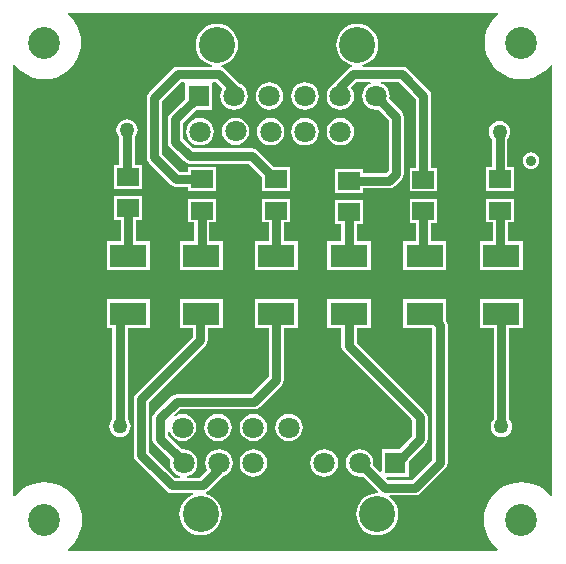
<source format=gtl>
G04*
G04 #@! TF.GenerationSoftware,Altium Limited,Altium Designer,19.1.7 (138)*
G04*
G04 Layer_Physical_Order=1*
G04 Layer_Color=255*
%FSLAX25Y25*%
%MOIN*%
G70*
G01*
G75*
%ADD11C,0.01000*%
%ADD13R,0.12402X0.07717*%
%ADD14R,0.07284X0.05906*%
%ADD23C,0.03000*%
%ADD24C,0.12000*%
%ADD25C,0.07087*%
%ADD26R,0.07087X0.07087*%
%ADD27C,0.03543*%
%ADD28R,0.03543X0.03543*%
%ADD29C,0.10630*%
%ADD30C,0.05000*%
G36*
X163054Y180285D02*
X162187Y179545D01*
X160936Y178080D01*
X159930Y176438D01*
X159193Y174659D01*
X158743Y172786D01*
X158592Y170866D01*
X158743Y168946D01*
X159193Y167073D01*
X159930Y165294D01*
X160936Y163652D01*
X162187Y162187D01*
X163652Y160936D01*
X165294Y159930D01*
X167073Y159193D01*
X168946Y158743D01*
X170866Y158592D01*
X172786Y158743D01*
X174659Y159193D01*
X176438Y159930D01*
X178080Y160936D01*
X179545Y162187D01*
X180648Y163478D01*
X181148Y163294D01*
Y19813D01*
X180648Y19628D01*
X179743Y20688D01*
X178245Y21967D01*
X176565Y22996D01*
X174745Y23750D01*
X172830Y24210D01*
X170866Y24365D01*
X168902Y24210D01*
X166987Y23750D01*
X165167Y22996D01*
X163487Y21967D01*
X161989Y20688D01*
X160710Y19190D01*
X159681Y17510D01*
X158927Y15690D01*
X158467Y13775D01*
X158313Y11811D01*
X158467Y9847D01*
X158927Y7932D01*
X159681Y6112D01*
X160710Y4432D01*
X161989Y2934D01*
X163049Y2029D01*
X162864Y1529D01*
X19814D01*
X19630Y2029D01*
X20688Y2934D01*
X21968Y4432D01*
X22997Y6111D01*
X23751Y7931D01*
X24211Y9847D01*
X24366Y11811D01*
X24211Y13775D01*
X23751Y15691D01*
X22997Y17511D01*
X21968Y19190D01*
X20688Y20688D01*
X19190Y21968D01*
X17511Y22997D01*
X15691Y23751D01*
X13775Y24211D01*
X11811Y24366D01*
X9847Y24211D01*
X7931Y23751D01*
X6111Y22997D01*
X4432Y21968D01*
X2934Y20688D01*
X2029Y19630D01*
X1529Y19814D01*
Y163278D01*
X2029Y163462D01*
X3125Y162180D01*
X4591Y160928D01*
X6234Y159921D01*
X8015Y159183D01*
X9889Y158733D01*
X11811Y158582D01*
X13733Y158733D01*
X15607Y159183D01*
X17388Y159921D01*
X19031Y160928D01*
X20497Y162180D01*
X21749Y163646D01*
X22756Y165289D01*
X23494Y167070D01*
X23944Y168945D01*
X24095Y170866D01*
X23944Y172788D01*
X23494Y174662D01*
X22756Y176443D01*
X21749Y178087D01*
X20497Y179552D01*
X19639Y180285D01*
X19813Y180754D01*
X162881D01*
X163054Y180285D01*
D02*
G37*
%LPC*%
G36*
X98675Y157561D02*
X97489Y157405D01*
X96384Y156947D01*
X95434Y156219D01*
X94706Y155270D01*
X94248Y154165D01*
X94092Y152979D01*
X94248Y151793D01*
X94706Y150688D01*
X95434Y149738D01*
X96384Y149010D01*
X97489Y148552D01*
X98675Y148396D01*
X99861Y148552D01*
X100966Y149010D01*
X101915Y149738D01*
X102643Y150688D01*
X103101Y151793D01*
X103257Y152979D01*
X103101Y154165D01*
X102643Y155270D01*
X101915Y156219D01*
X100966Y156947D01*
X99861Y157405D01*
X98675Y157561D01*
D02*
G37*
G36*
X86864D02*
X85678Y157405D01*
X84572Y156947D01*
X83623Y156219D01*
X82895Y155270D01*
X82437Y154165D01*
X82281Y152979D01*
X82437Y151793D01*
X82895Y150688D01*
X83623Y149738D01*
X84572Y149010D01*
X85678Y148552D01*
X86864Y148396D01*
X88050Y148552D01*
X89155Y149010D01*
X90104Y149738D01*
X90832Y150688D01*
X91290Y151793D01*
X91446Y152979D01*
X91290Y154165D01*
X90832Y155270D01*
X90104Y156219D01*
X89155Y156947D01*
X88050Y157405D01*
X86864Y157561D01*
D02*
G37*
G36*
X69342Y177113D02*
X67970Y176978D01*
X66650Y176577D01*
X65434Y175927D01*
X64368Y175052D01*
X63493Y173987D01*
X62843Y172771D01*
X62443Y171451D01*
X62308Y170079D01*
X62443Y168707D01*
X62843Y167387D01*
X63493Y166171D01*
X64368Y165105D01*
X65434Y164230D01*
X66650Y163580D01*
X67623Y163285D01*
X67549Y162785D01*
X56299D01*
X55324Y162591D01*
X54497Y162039D01*
X46623Y154165D01*
X46070Y153338D01*
X45876Y152362D01*
Y132677D01*
X46070Y131702D01*
X46623Y130875D01*
X54005Y123493D01*
X54832Y122940D01*
X55807Y122746D01*
X59614D01*
Y121343D01*
X68898D01*
Y129248D01*
X59614D01*
Y127844D01*
X56863D01*
X50974Y133733D01*
Y151306D01*
X57355Y157687D01*
X58267D01*
X58698Y157522D01*
X58698Y157187D01*
Y152040D01*
X53709Y147051D01*
X53157Y146224D01*
X52963Y145249D01*
Y137795D01*
X53157Y136820D01*
X53709Y135993D01*
X58434Y131269D01*
X59261Y130716D01*
X60236Y130522D01*
X80023D01*
X84496Y126049D01*
Y121343D01*
X93779D01*
Y129248D01*
X88506D01*
X82881Y134873D01*
X82054Y135426D01*
X81079Y135620D01*
X61292D01*
X58061Y138851D01*
Y144193D01*
X62303Y148435D01*
X67785D01*
Y157187D01*
X67785Y157522D01*
X68217Y157687D01*
X69023D01*
X71239Y155471D01*
X71084Y155270D01*
X70626Y154165D01*
X70470Y152979D01*
X70626Y151793D01*
X71084Y150688D01*
X71812Y149738D01*
X72761Y149010D01*
X73867Y148552D01*
X75053Y148396D01*
X76239Y148552D01*
X77344Y149010D01*
X78293Y149738D01*
X79021Y150688D01*
X79479Y151793D01*
X79635Y152979D01*
X79479Y154165D01*
X79021Y155270D01*
X78293Y156219D01*
X77344Y156947D01*
X76710Y157210D01*
X71881Y162039D01*
X71054Y162591D01*
X70651Y162671D01*
X70676Y163176D01*
X70714Y163180D01*
X72034Y163580D01*
X73250Y164230D01*
X74315Y165105D01*
X75190Y166171D01*
X75840Y167387D01*
X76240Y168707D01*
X76376Y170079D01*
X76240Y171451D01*
X75840Y172771D01*
X75190Y173987D01*
X74315Y175052D01*
X73250Y175927D01*
X72034Y176577D01*
X70714Y176978D01*
X69342Y177113D01*
D02*
G37*
G36*
X75546Y145850D02*
X74360Y145694D01*
X73255Y145236D01*
X72306Y144508D01*
X71578Y143559D01*
X71120Y142454D01*
X70964Y141268D01*
X71120Y140082D01*
X71578Y138977D01*
X72306Y138027D01*
X73255Y137299D01*
X74360Y136841D01*
X75546Y136685D01*
X76732Y136841D01*
X77838Y137299D01*
X78787Y138027D01*
X79515Y138977D01*
X79973Y140082D01*
X80129Y141268D01*
X79973Y142454D01*
X79515Y143559D01*
X78787Y144508D01*
X77838Y145236D01*
X76732Y145694D01*
X75546Y145850D01*
D02*
G37*
G36*
X110486Y145750D02*
X109300Y145594D01*
X108195Y145136D01*
X107246Y144408D01*
X106517Y143459D01*
X106060Y142354D01*
X105903Y141168D01*
X106060Y139982D01*
X106517Y138876D01*
X107246Y137927D01*
X108195Y137199D01*
X109300Y136741D01*
X110486Y136585D01*
X111672Y136741D01*
X112777Y137199D01*
X113726Y137927D01*
X114454Y138876D01*
X114912Y139982D01*
X115068Y141168D01*
X114912Y142354D01*
X114454Y143459D01*
X113726Y144408D01*
X112777Y145136D01*
X111672Y145594D01*
X110486Y145750D01*
D02*
G37*
G36*
X98675D02*
X97489Y145594D01*
X96384Y145136D01*
X95434Y144408D01*
X94706Y143459D01*
X94248Y142354D01*
X94092Y141168D01*
X94248Y139982D01*
X94706Y138876D01*
X95434Y137927D01*
X96384Y137199D01*
X97489Y136741D01*
X98675Y136585D01*
X99861Y136741D01*
X100966Y137199D01*
X101915Y137927D01*
X102643Y138876D01*
X103101Y139982D01*
X103257Y141168D01*
X103101Y142354D01*
X102643Y143459D01*
X101915Y144408D01*
X100966Y145136D01*
X99861Y145594D01*
X98675Y145750D01*
D02*
G37*
G36*
X87257D02*
X86071Y145594D01*
X84966Y145136D01*
X84017Y144408D01*
X83289Y143459D01*
X82831Y142354D01*
X82675Y141168D01*
X82831Y139982D01*
X83289Y138876D01*
X84017Y137927D01*
X84966Y137199D01*
X86071Y136741D01*
X87257Y136585D01*
X88443Y136741D01*
X89549Y137199D01*
X90498Y137927D01*
X91226Y138876D01*
X91684Y139982D01*
X91840Y141168D01*
X91684Y142354D01*
X91226Y143459D01*
X90498Y144408D01*
X89549Y145136D01*
X88443Y145594D01*
X87257Y145750D01*
D02*
G37*
G36*
X63635D02*
X62449Y145594D01*
X61344Y145136D01*
X60395Y144408D01*
X59667Y143459D01*
X59209Y142354D01*
X59053Y141168D01*
X59209Y139982D01*
X59667Y138876D01*
X60395Y137927D01*
X61344Y137199D01*
X62449Y136741D01*
X63635Y136585D01*
X64821Y136741D01*
X65927Y137199D01*
X66876Y137927D01*
X67604Y138876D01*
X68062Y139982D01*
X68218Y141168D01*
X68062Y142354D01*
X67604Y143459D01*
X66876Y144408D01*
X65927Y145136D01*
X64821Y145594D01*
X63635Y145750D01*
D02*
G37*
G36*
X174016Y134292D02*
X173292Y134196D01*
X172618Y133917D01*
X172039Y133473D01*
X171595Y132894D01*
X171315Y132220D01*
X171220Y131496D01*
X171315Y130772D01*
X171595Y130098D01*
X172039Y129519D01*
X172618Y129075D01*
X173292Y128796D01*
X174016Y128700D01*
X174739Y128796D01*
X175414Y129075D01*
X175993Y129519D01*
X176437Y130098D01*
X176716Y130772D01*
X176811Y131496D01*
X176716Y132220D01*
X176437Y132894D01*
X175993Y133473D01*
X175414Y133917D01*
X174739Y134196D01*
X174016Y134292D01*
D02*
G37*
G36*
X39370Y145263D02*
X38456Y145142D01*
X37605Y144790D01*
X36874Y144228D01*
X36313Y143497D01*
X35960Y142646D01*
X35840Y141732D01*
X35960Y140819D01*
X36313Y139967D01*
X36821Y139305D01*
Y130035D01*
X35122D01*
Y122130D01*
X44405D01*
Y130035D01*
X41919D01*
Y139305D01*
X42427Y139967D01*
X42780Y140819D01*
X42900Y141732D01*
X42780Y142646D01*
X42427Y143497D01*
X41866Y144228D01*
X41135Y144790D01*
X40284Y145142D01*
X39370Y145263D01*
D02*
G37*
G36*
X163585Y144670D02*
X162671Y144550D01*
X161820Y144197D01*
X161088Y143636D01*
X160527Y142905D01*
X160175Y142053D01*
X160054Y141140D01*
X160175Y140226D01*
X160527Y139375D01*
X161036Y138712D01*
Y129248D01*
X159142D01*
Y121343D01*
X168425D01*
Y129248D01*
X166134D01*
Y138712D01*
X166642Y139375D01*
X166995Y140226D01*
X167115Y141140D01*
X166995Y142053D01*
X166642Y142905D01*
X166081Y143636D01*
X165350Y144197D01*
X164498Y144550D01*
X163585Y144670D01*
D02*
G37*
G36*
X116142Y177113D02*
X114769Y176978D01*
X113450Y176577D01*
X112234Y175927D01*
X111168Y175052D01*
X110293Y173987D01*
X109643Y172771D01*
X109243Y171451D01*
X109108Y170079D01*
X109243Y168707D01*
X109643Y167387D01*
X110293Y166171D01*
X111168Y165105D01*
X112234Y164230D01*
X113450Y163580D01*
X114530Y163253D01*
X114505Y162738D01*
X113768Y162591D01*
X112941Y162039D01*
X108683Y157781D01*
X108131Y156954D01*
X108118Y156888D01*
X107246Y156219D01*
X106517Y155270D01*
X106060Y154165D01*
X105903Y152979D01*
X106060Y151793D01*
X106517Y150688D01*
X107246Y149738D01*
X108195Y149010D01*
X109300Y148552D01*
X110486Y148396D01*
X111672Y148552D01*
X112777Y149010D01*
X113726Y149738D01*
X114454Y150688D01*
X114912Y151793D01*
X115068Y152979D01*
X114912Y154165D01*
X114454Y155270D01*
X113989Y155877D01*
X115799Y157687D01*
X120485D01*
X120585Y157187D01*
X120006Y156947D01*
X119056Y156219D01*
X118328Y155270D01*
X117870Y154165D01*
X117714Y152979D01*
X117870Y151793D01*
X118328Y150688D01*
X119056Y149738D01*
X120006Y149010D01*
X121111Y148552D01*
X122297Y148396D01*
X123161Y148510D01*
X126585Y145086D01*
Y128221D01*
X125716Y127352D01*
X118028D01*
Y128756D01*
X108744D01*
Y120850D01*
X118028D01*
Y122254D01*
X126772D01*
X127747Y122448D01*
X128574Y123001D01*
X130936Y125363D01*
X131489Y126190D01*
X131683Y127165D01*
Y146142D01*
X131489Y147117D01*
X130936Y147944D01*
X126766Y152115D01*
X126879Y152979D01*
X126723Y154165D01*
X126265Y155270D01*
X125537Y156219D01*
X124588Y156947D01*
X124009Y157187D01*
X124108Y157687D01*
X130047D01*
X135640Y152094D01*
Y129150D01*
X133547D01*
Y121244D01*
X142831D01*
Y129150D01*
X140738D01*
Y153150D01*
X140544Y154125D01*
X139991Y154952D01*
X132905Y162039D01*
X132078Y162591D01*
X131102Y162785D01*
X117935D01*
X117861Y163285D01*
X118833Y163580D01*
X120050Y164230D01*
X121115Y165105D01*
X121990Y166171D01*
X122640Y167387D01*
X123040Y168707D01*
X123176Y170079D01*
X123040Y171451D01*
X122640Y172771D01*
X121990Y173987D01*
X121115Y175052D01*
X120050Y175927D01*
X118833Y176577D01*
X117514Y176978D01*
X116142Y177113D01*
D02*
G37*
G36*
X168425Y118815D02*
X159142D01*
Y110909D01*
X161234D01*
Y104661D01*
X156973D01*
Y94945D01*
X171374D01*
Y104661D01*
X166332D01*
Y110909D01*
X168425D01*
Y118815D01*
D02*
G37*
G36*
X142831Y118717D02*
X133547D01*
Y110811D01*
X135640D01*
Y104661D01*
X131382D01*
Y94945D01*
X145783D01*
Y104661D01*
X140738D01*
Y110811D01*
X142831D01*
Y118717D01*
D02*
G37*
G36*
X118028Y118323D02*
X108744D01*
Y110417D01*
X110837D01*
Y104661D01*
X106185D01*
Y94945D01*
X120587D01*
Y104661D01*
X115935D01*
Y110417D01*
X118028D01*
Y118323D01*
D02*
G37*
G36*
X93779Y118815D02*
X84496D01*
Y110909D01*
X86589D01*
Y104661D01*
X81933D01*
Y94945D01*
X96335D01*
Y104661D01*
X91687D01*
Y110909D01*
X93779D01*
Y118815D01*
D02*
G37*
G36*
X68898Y118815D02*
X59614D01*
Y110909D01*
X61707D01*
Y104661D01*
X56972D01*
Y94945D01*
X71374D01*
Y104661D01*
X66805D01*
Y110909D01*
X68898D01*
Y118815D01*
D02*
G37*
G36*
X44405Y119602D02*
X35122D01*
Y111697D01*
X37215D01*
Y104661D01*
X32563D01*
Y94945D01*
X46965D01*
Y104661D01*
X42313D01*
Y111697D01*
X44405D01*
Y119602D01*
D02*
G37*
G36*
X171374Y85370D02*
X156973D01*
Y75653D01*
X161624D01*
Y45341D01*
X161116Y44679D01*
X160763Y43827D01*
X160643Y42913D01*
X160763Y42000D01*
X161116Y41148D01*
X161677Y40417D01*
X162408Y39856D01*
X163259Y39503D01*
X164173Y39383D01*
X165087Y39503D01*
X165938Y39856D01*
X166669Y40417D01*
X167230Y41148D01*
X167583Y42000D01*
X167703Y42913D01*
X167583Y43827D01*
X167230Y44679D01*
X166722Y45341D01*
Y75653D01*
X171374D01*
Y85370D01*
D02*
G37*
G36*
X46965D02*
X32563D01*
Y75653D01*
X34459D01*
Y45341D01*
X33951Y44679D01*
X33598Y43827D01*
X33478Y42913D01*
X33598Y42000D01*
X33951Y41148D01*
X34512Y40417D01*
X35243Y39856D01*
X36094Y39503D01*
X37008Y39383D01*
X37922Y39503D01*
X38773Y39856D01*
X39504Y40417D01*
X40065Y41148D01*
X40418Y42000D01*
X40538Y42913D01*
X40418Y43827D01*
X40065Y44679D01*
X39557Y45341D01*
Y75653D01*
X46965D01*
Y85370D01*
D02*
G37*
G36*
X93307Y47102D02*
X92121Y46946D01*
X91016Y46488D01*
X90067Y45760D01*
X89338Y44811D01*
X88881Y43706D01*
X88725Y42520D01*
X88881Y41334D01*
X89338Y40228D01*
X90067Y39279D01*
X91016Y38551D01*
X92121Y38093D01*
X93307Y37937D01*
X94493Y38093D01*
X95598Y38551D01*
X96547Y39279D01*
X97276Y40228D01*
X97733Y41334D01*
X97890Y42520D01*
X97733Y43706D01*
X97276Y44811D01*
X96547Y45760D01*
X95598Y46488D01*
X94493Y46946D01*
X93307Y47102D01*
D02*
G37*
G36*
X81496D02*
X80310Y46946D01*
X79205Y46488D01*
X78256Y45760D01*
X77527Y44811D01*
X77070Y43706D01*
X76914Y42520D01*
X77070Y41334D01*
X77527Y40228D01*
X78256Y39279D01*
X79205Y38551D01*
X80310Y38093D01*
X81496Y37937D01*
X82682Y38093D01*
X83787Y38551D01*
X84736Y39279D01*
X85465Y40228D01*
X85922Y41334D01*
X86079Y42520D01*
X85922Y43706D01*
X85465Y44811D01*
X84736Y45760D01*
X83787Y46488D01*
X82682Y46946D01*
X81496Y47102D01*
D02*
G37*
G36*
X69685D02*
X68499Y46946D01*
X67394Y46488D01*
X66445Y45760D01*
X65716Y44811D01*
X65259Y43706D01*
X65102Y42520D01*
X65259Y41334D01*
X65716Y40228D01*
X66445Y39279D01*
X67394Y38551D01*
X68499Y38093D01*
X69685Y37937D01*
X70871Y38093D01*
X71976Y38551D01*
X72925Y39279D01*
X73654Y40228D01*
X74111Y41334D01*
X74268Y42520D01*
X74111Y43706D01*
X73654Y44811D01*
X72925Y45760D01*
X71976Y46488D01*
X70871Y46946D01*
X69685Y47102D01*
D02*
G37*
G36*
X105118Y35291D02*
X103932Y35135D01*
X102827Y34677D01*
X101878Y33949D01*
X101149Y33000D01*
X100692Y31895D01*
X100536Y30709D01*
X100692Y29523D01*
X101149Y28417D01*
X101878Y27468D01*
X102827Y26740D01*
X103932Y26282D01*
X105118Y26126D01*
X106304Y26282D01*
X107409Y26740D01*
X108358Y27468D01*
X109087Y28417D01*
X109545Y29523D01*
X109701Y30709D01*
X109545Y31895D01*
X109087Y33000D01*
X108358Y33949D01*
X107409Y34677D01*
X106304Y35135D01*
X105118Y35291D01*
D02*
G37*
G36*
X81496D02*
X80310Y35135D01*
X79205Y34677D01*
X78256Y33949D01*
X77527Y33000D01*
X77070Y31895D01*
X76914Y30709D01*
X77070Y29523D01*
X77527Y28417D01*
X78256Y27468D01*
X79205Y26740D01*
X80310Y26282D01*
X81496Y26126D01*
X82682Y26282D01*
X83787Y26740D01*
X84736Y27468D01*
X85465Y28417D01*
X85922Y29523D01*
X86079Y30709D01*
X85922Y31895D01*
X85465Y33000D01*
X84736Y33949D01*
X83787Y34677D01*
X82682Y35135D01*
X81496Y35291D01*
D02*
G37*
G36*
X96335Y85370D02*
X81933D01*
Y75653D01*
X86585D01*
Y59506D01*
X80809Y53730D01*
X55905D01*
X54930Y53536D01*
X54103Y52983D01*
X48591Y47472D01*
X48039Y46645D01*
X47845Y45669D01*
Y38850D01*
X48039Y37875D01*
X48591Y37048D01*
X53830Y31809D01*
X53685Y30709D01*
X53841Y29523D01*
X54299Y28417D01*
X55027Y27468D01*
X55976Y26740D01*
X57082Y26282D01*
X57120Y26277D01*
X57087Y25777D01*
X55387D01*
X46643Y34520D01*
Y50913D01*
X65582Y69851D01*
X66135Y70678D01*
X66329Y71653D01*
Y75653D01*
X71374D01*
Y85370D01*
X56972D01*
Y75653D01*
X61231D01*
Y72709D01*
X42292Y53771D01*
X41739Y52944D01*
X41546Y51968D01*
Y33465D01*
X41739Y32489D01*
X42292Y31662D01*
X52528Y21426D01*
X53355Y20873D01*
X54331Y20679D01*
X61310D01*
X61384Y20179D01*
X61182Y20118D01*
X59966Y19468D01*
X58900Y18593D01*
X58026Y17527D01*
X57376Y16311D01*
X56975Y14992D01*
X56840Y13620D01*
X56975Y12247D01*
X57376Y10928D01*
X58026Y9712D01*
X58900Y8646D01*
X59966Y7771D01*
X61182Y7121D01*
X62502Y6721D01*
X63874Y6586D01*
X65246Y6721D01*
X66566Y7121D01*
X67782Y7771D01*
X68848Y8646D01*
X69722Y9712D01*
X70372Y10928D01*
X70773Y12247D01*
X70908Y13620D01*
X70773Y14992D01*
X70372Y16311D01*
X69722Y17527D01*
X68848Y18593D01*
X67782Y19468D01*
X66566Y20118D01*
X65696Y20382D01*
X65642Y20668D01*
X65665Y20914D01*
X66431Y21426D01*
X71303Y26298D01*
X72370Y26740D01*
X73319Y27468D01*
X74047Y28417D01*
X74505Y29523D01*
X74661Y30709D01*
X74505Y31895D01*
X74047Y33000D01*
X73319Y33949D01*
X72370Y34677D01*
X71265Y35135D01*
X70079Y35291D01*
X68893Y35135D01*
X67787Y34677D01*
X66838Y33949D01*
X66110Y33000D01*
X65652Y31895D01*
X65496Y30709D01*
X65652Y29523D01*
X66110Y28417D01*
X66155Y28359D01*
X63573Y25777D01*
X59449D01*
X59416Y26277D01*
X59454Y26282D01*
X60559Y26740D01*
X61508Y27468D01*
X62236Y28417D01*
X62694Y29523D01*
X62850Y30709D01*
X62694Y31895D01*
X62236Y33000D01*
X61508Y33949D01*
X60559Y34677D01*
X59454Y35135D01*
X58268Y35291D01*
X57640Y35209D01*
X52943Y39906D01*
Y41339D01*
X53443Y41372D01*
X53448Y41334D01*
X53905Y40228D01*
X54634Y39279D01*
X55583Y38551D01*
X56688Y38093D01*
X57874Y37937D01*
X59060Y38093D01*
X60165Y38551D01*
X61114Y39279D01*
X61843Y40228D01*
X62300Y41334D01*
X62457Y42520D01*
X62300Y43706D01*
X61843Y44811D01*
X61114Y45760D01*
X60165Y46488D01*
X59060Y46946D01*
X57874Y47102D01*
X56688Y46946D01*
X55583Y46488D01*
X55333Y46296D01*
X55002Y46673D01*
X56961Y48632D01*
X81865D01*
X82840Y48826D01*
X83667Y49379D01*
X90936Y56648D01*
X91489Y57475D01*
X91683Y58450D01*
Y75653D01*
X96335D01*
Y85370D01*
D02*
G37*
G36*
X145783D02*
X131382D01*
Y75653D01*
X141021D01*
X141152Y75523D01*
Y31765D01*
X134377Y24990D01*
X126520D01*
X125796Y25714D01*
X125987Y26176D01*
X133317D01*
Y31272D01*
X138810Y36765D01*
X139363Y37592D01*
X139557Y38568D01*
Y46063D01*
X139363Y47038D01*
X138810Y47865D01*
X115935Y70741D01*
Y75653D01*
X120587D01*
Y85370D01*
X106185D01*
Y75653D01*
X110837D01*
Y69685D01*
X111031Y68710D01*
X111583Y67883D01*
X134459Y45007D01*
Y39623D01*
X130098Y35263D01*
X124231D01*
Y27933D01*
X123769Y27742D01*
X121429Y30081D01*
X121512Y30709D01*
X121355Y31895D01*
X120898Y33000D01*
X120169Y33949D01*
X119220Y34677D01*
X118115Y35135D01*
X116929Y35291D01*
X115743Y35135D01*
X114638Y34677D01*
X113689Y33949D01*
X112961Y33000D01*
X112503Y31895D01*
X112347Y30709D01*
X112503Y29523D01*
X112961Y28417D01*
X113689Y27468D01*
X114638Y26740D01*
X115743Y26282D01*
X116929Y26126D01*
X118030Y26271D01*
X123185Y21115D01*
X122958Y20635D01*
X122774Y20654D01*
X121402Y20518D01*
X120082Y20118D01*
X118866Y19468D01*
X117800Y18593D01*
X116926Y17527D01*
X116276Y16311D01*
X115875Y14992D01*
X115740Y13620D01*
X115875Y12247D01*
X116276Y10928D01*
X116926Y9712D01*
X117800Y8646D01*
X118866Y7771D01*
X120082Y7121D01*
X121402Y6721D01*
X122774Y6586D01*
X124146Y6721D01*
X125466Y7121D01*
X126682Y7771D01*
X127748Y8646D01*
X128622Y9712D01*
X129272Y10928D01*
X129673Y12247D01*
X129808Y13620D01*
X129673Y14992D01*
X129272Y16311D01*
X128622Y17527D01*
X127748Y18593D01*
X126775Y19392D01*
X126876Y19892D01*
X135433D01*
X136408Y20086D01*
X137235Y20639D01*
X145503Y28906D01*
X146056Y29733D01*
X146250Y30709D01*
Y76579D01*
X146056Y77554D01*
X145783Y77962D01*
Y85370D01*
D02*
G37*
%LPD*%
D11*
X163784Y100193D02*
X164173Y99803D01*
X138189Y100197D02*
X138583Y99803D01*
X163779Y114858D02*
X163784Y114862D01*
X57413Y31161D02*
X58268Y30307D01*
X56626Y30374D02*
Y32350D01*
X75053Y152979D02*
Y155262D01*
X110486Y139747D02*
Y141168D01*
X69358Y28344D02*
Y29988D01*
X70079Y30709D01*
X56626Y30374D02*
X57413Y31161D01*
X58268Y30307D02*
Y30709D01*
D13*
X138583Y80512D02*
D03*
Y99803D02*
D03*
X39764D02*
D03*
Y80512D02*
D03*
X64173D02*
D03*
Y99803D02*
D03*
X89134D02*
D03*
Y80512D02*
D03*
X113386D02*
D03*
Y99803D02*
D03*
X164173Y80512D02*
D03*
Y99803D02*
D03*
D14*
X39764Y126083D02*
D03*
Y115650D02*
D03*
X163784Y114862D02*
D03*
Y125295D02*
D03*
X138189Y125197D02*
D03*
Y114764D02*
D03*
X113386Y114370D02*
D03*
Y124803D02*
D03*
X89138Y125295D02*
D03*
Y114862D02*
D03*
X64256Y114862D02*
D03*
Y125295D02*
D03*
D23*
X129134Y127165D02*
Y146142D01*
X126772Y124803D02*
X129134Y127165D01*
X113386Y124803D02*
X126772D01*
X48425Y152362D02*
X56299Y160236D01*
X48425Y132677D02*
Y152362D01*
Y132677D02*
X55807Y125295D01*
X70079Y160236D02*
X75053Y155262D01*
X56299Y160236D02*
X70079D01*
X131102D02*
X138189Y153150D01*
X114743Y160236D02*
X131102D01*
X110486Y155979D02*
X114743Y160236D01*
X138189Y125197D02*
Y153150D01*
X117063Y30843D02*
X125465Y22441D01*
X128967Y30527D02*
X137008Y38568D01*
X163784Y100193D02*
Y114862D01*
X138189Y100197D02*
Y114764D01*
X113386Y99803D02*
Y114370D01*
X139768Y80512D02*
X143701Y76579D01*
Y30709D02*
Y76579D01*
X135433Y22441D02*
X143701Y30709D01*
X113386Y80512D02*
Y80709D01*
Y69685D02*
Y80512D01*
Y69685D02*
X137008Y46063D01*
Y38568D02*
Y46063D01*
X63779Y71653D02*
Y80039D01*
X44094Y51968D02*
X63779Y71653D01*
X138583Y80512D02*
X139768D01*
X89138Y99807D02*
Y114862D01*
X163585Y125494D02*
Y141140D01*
X164173Y42913D02*
Y78543D01*
X39370Y127264D02*
Y141732D01*
X37008Y42913D02*
Y77362D01*
X44094Y33465D02*
X54331Y23228D01*
X44094Y33465D02*
Y51968D01*
X54331Y23228D02*
X64628D01*
X69685Y28285D01*
X125465Y22441D02*
X135433D01*
X50394Y45669D02*
X55905Y51181D01*
X50394Y38850D02*
Y45669D01*
Y38850D02*
X56953Y32291D01*
X55905Y51181D02*
X81865D01*
X81079Y133071D02*
X88854Y125295D01*
X60236Y133071D02*
X81079D01*
X86864Y152979D02*
X87008Y153123D01*
X98425Y153228D02*
X98675Y152979D01*
X81496Y30709D02*
X81563Y30642D01*
X122297Y152979D02*
X129134Y146142D01*
X55807Y125295D02*
X64256D01*
X55512Y137795D02*
X60236Y133071D01*
X55512Y145249D02*
X63242Y152979D01*
X55512Y137795D02*
Y145249D01*
X81865Y51181D02*
X89134Y58450D01*
Y80512D01*
X80776Y43240D02*
X81496Y42520D01*
X64252Y99803D02*
X64256Y99807D01*
Y114862D01*
X39764Y99803D02*
Y115650D01*
D24*
X63874Y13620D02*
D03*
X122774D02*
D03*
X116142Y170079D02*
D03*
X69342D02*
D03*
D25*
X128740Y42520D02*
D03*
X116929Y30709D02*
D03*
X81496D02*
D03*
X105118Y42520D02*
D03*
X70079Y30709D02*
D03*
X58268D02*
D03*
X57874Y42520D02*
D03*
X116929D02*
D03*
X93307D02*
D03*
X81496D02*
D03*
X69685D02*
D03*
X93307Y30709D02*
D03*
X105118D02*
D03*
X122297Y141168D02*
D03*
X75546Y141268D02*
D03*
X98675Y141168D02*
D03*
X110486Y152979D02*
D03*
X87257Y141168D02*
D03*
X63635D02*
D03*
X122297Y152979D02*
D03*
X98675D02*
D03*
X86864D02*
D03*
X75053D02*
D03*
X110486Y141168D02*
D03*
D26*
X128774Y30720D02*
D03*
X63242Y152979D02*
D03*
D27*
X174016Y131496D02*
D03*
D28*
Y141339D02*
D03*
D29*
X11811Y170866D02*
D03*
Y11811D02*
D03*
X170866D02*
D03*
Y170866D02*
D03*
D30*
X93701Y19291D02*
D03*
X111417Y55905D02*
D03*
X149213Y140551D02*
D03*
X163585Y141140D02*
D03*
X164173Y42913D02*
D03*
X39370Y141732D02*
D03*
X37008Y42913D02*
D03*
M02*

</source>
